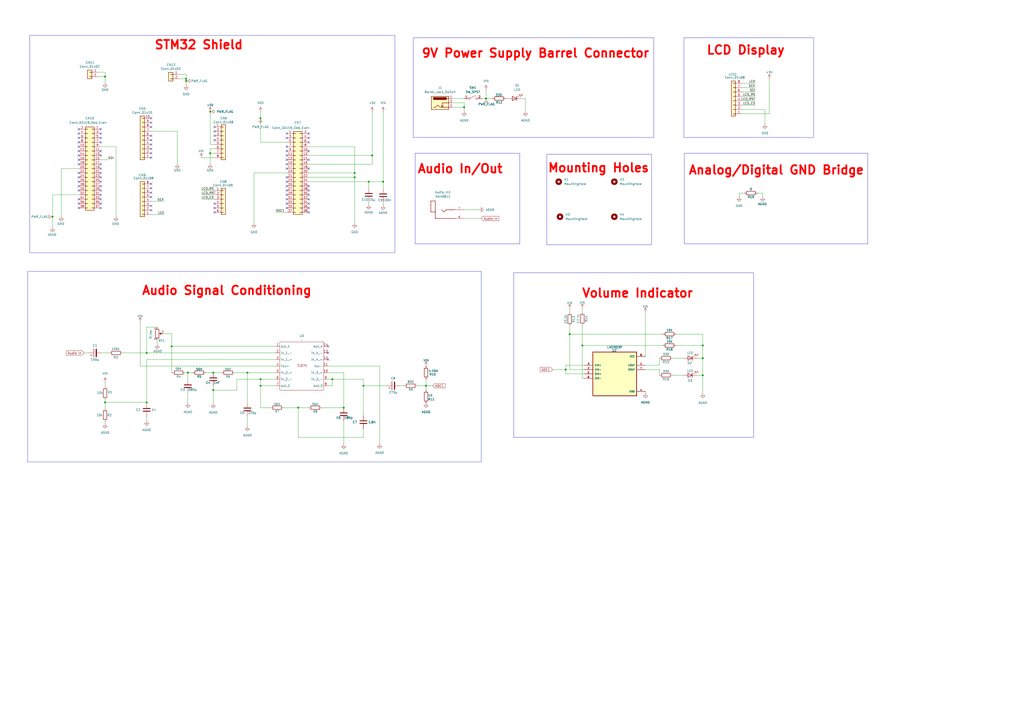
<source format=kicad_sch>
(kicad_sch (version 20231120) (generator "eeschema") (generator_version "8.0")
  (paper "A2")
  (title_block (title "ANC on STM32") (date "2024-10-22") (rev "1") (company "Noisey Boyz"))
  (junction (at 85.09 204.724))
  (junction (at 210.82 223.774))
  (junction (at 108.966 216.154))
  (junction (at 60.96 233.426))
  (junction (at 151.13 219.964))
  (junction (at 60.96 44.45))
  (junction (at 222.25 105.41))
  (junction (at 123.698 216.154))
  (junction (at 107.95 45.72))
  (junction (at 215.9 90.17))
  (junction (at 281.94 57.15))
  (junction (at 269.24 62.23))
  (junction (at 99.568 200.914))
  (junction (at 143.51 216.154))
  (junction (at 205.74 102.87))
  (junction (at 151.13 68.58))
  (junction (at 123.698 226.314))
  (junction (at 328.168 214.376))
  (junction (at 337.82 200.406))
  (junction (at 407.67 207.772))
  (junction (at 407.67 200.406))
  (junction (at 199.39 236.474))
  (junction (at 407.67 217.678))
  (junction (at 107.95 46.99))
  (junction (at 121.92 64.77))
  (junction (at 213.868 105.41))
  (junction (at 172.974 236.474))
  (junction (at 30.48 125.73))
  (junction (at 330.454 193.802))
  (junction (at 205.74 100.33))
  (junction (at 121.92 88.9))
  (junction (at 151.13 223.774))
  (junction (at 247.142 223.774))
  (junction (at 85.09 233.426))
  (junction (at 192.786 219.964))
  (no_connect (at 45.72 77.47))
  (no_connect (at 45.72 100.33))
  (no_connect (at 166.37 77.47))
  (no_connect (at 179.07 82.55))
  (no_connect (at 45.72 115.57))
  (no_connect (at 179.07 113.03))
  (no_connect (at 58.42 77.47))
  (no_connect (at 166.37 85.09))
  (no_connect (at 87.63 88.9))
  (no_connect (at 87.63 111.76))
  (no_connect (at 179.07 107.95))
  (no_connect (at 58.42 80.01))
  (no_connect (at 58.42 113.03))
  (no_connect (at 45.72 95.25))
  (no_connect (at 124.46 73.66))
  (no_connect (at 45.72 80.01))
  (no_connect (at 58.42 95.25))
  (no_connect (at 124.46 120.65))
  (no_connect (at 58.42 105.41))
  (no_connect (at 45.72 120.65))
  (no_connect (at 87.63 91.44))
  (no_connect (at 45.72 110.49))
  (no_connect (at 58.42 107.95))
  (no_connect (at 45.72 85.09))
  (no_connect (at 166.37 95.25))
  (no_connect (at 179.07 120.65))
  (no_connect (at 58.42 102.87))
  (no_connect (at 124.46 123.19))
  (no_connect (at 45.72 118.11))
  (no_connect (at 45.72 87.63))
  (no_connect (at 124.46 118.11))
  (no_connect (at 45.72 102.87))
  (no_connect (at 179.07 87.63))
  (no_connect (at 166.37 115.57))
  (no_connect (at 45.72 105.41))
  (no_connect (at 45.72 82.55))
  (no_connect (at 58.42 118.11))
  (no_connect (at 45.72 92.71))
  (no_connect (at 58.42 87.63))
  (no_connect (at 166.37 113.03))
  (no_connect (at 179.07 123.19))
  (no_connect (at 87.63 73.66))
  (no_connect (at 58.42 82.55))
  (no_connect (at 166.37 97.79))
  (no_connect (at 58.42 74.93))
  (no_connect (at 124.46 81.28))
  (no_connect (at 87.63 86.36))
  (no_connect (at 179.07 80.01))
  (no_connect (at 87.63 71.12))
  (no_connect (at 87.63 114.3))
  (no_connect (at 166.37 105.41))
  (no_connect (at 179.07 92.71))
  (no_connect (at 166.37 107.95))
  (no_connect (at 190.246 208.534))
  (no_connect (at 45.72 107.95))
  (no_connect (at 87.63 119.38))
  (no_connect (at 45.72 74.93))
  (no_connect (at 190.246 204.724))
  (no_connect (at 87.63 68.58))
  (no_connect (at 58.42 97.79))
  (no_connect (at 179.07 77.47))
  (no_connect (at 87.63 106.68))
  (no_connect (at 179.07 97.79))
  (no_connect (at 58.42 115.57))
  (no_connect (at 87.63 78.74))
  (no_connect (at 166.37 102.87))
  (no_connect (at 58.42 120.65))
  (no_connect (at 87.63 121.92))
  (no_connect (at 87.63 109.22))
  (no_connect (at 58.42 100.33))
  (no_connect (at 124.46 78.74))
  (no_connect (at 166.37 90.17))
  (no_connect (at 87.63 83.82))
  (no_connect (at 166.37 87.63))
  (no_connect (at 166.37 110.49))
  (no_connect (at 179.07 115.57))
  (no_connect (at 45.72 90.17))
  (no_connect (at 166.37 120.65))
  (no_connect (at 190.246 200.914))
  (no_connect (at 166.37 92.71))
  (no_connect (at 87.63 81.28))
  (no_connect (at 124.46 76.2))
  (no_connect (at 166.37 118.11))
  (no_connect (at 58.42 90.17))
  (no_connect (at 166.37 80.01))
  (no_connect (at 58.42 110.49))
  (no_connect (at 179.07 110.49))
  (no_connect (at 179.07 118.11))
  (wire (pts (xy 147.32 100.33) (xy 147.32 129.54)))
  (wire (pts (xy 85.09 189.738) (xy 91.186 189.738)))
  (wire (pts (xy 121.92 88.9) (xy 124.46 88.9)))
  (wire (pts (xy 159.766 208.534) (xy 85.09 208.534)))
  (wire (pts (xy 143.51 241.3) (xy 143.51 247.396)))
  (wire (pts (xy 85.09 244.348) (xy 85.09 241.554)))
  (wire (pts (xy 124.46 86.36) (xy 121.92 86.36)))
  (wire (pts (xy 382.524 217.678) (xy 382.524 214.376)))
  (wire (pts (xy 108.966 216.154) (xy 108.966 220.218)))
  (wire (pts (xy 99.568 200.914) (xy 159.766 200.914)))
  (wire (pts (xy 328.168 214.376) (xy 328.168 216.916)))
  (wire (pts (xy 60.96 221.742) (xy 60.96 224.282)))
  (wire (pts (xy 107.442 216.154) (xy 108.966 216.154)))
  (wire (pts (xy 179.07 90.17) (xy 215.9 90.17)))
  (wire (pts (xy 60.96 44.45) (xy 60.96 48.26)))
  (wire (pts (xy 337.82 188.722) (xy 337.82 200.406)))
  (wire (pts (xy 116.84 115.57) (xy 124.46 115.57)))
  (wire (pts (xy 431.8 112.014) (xy 428.752 112.014)))
  (wire (pts (xy 446.278 66.04) (xy 430.53 66.04)))
  (wire (pts (xy 269.24 62.23) (xy 269.24 64.77)))
  (wire (pts (xy 137.414 226.314) (xy 137.414 219.964)))
  (wire (pts (xy 215.9 64.77) (xy 215.9 90.17)))
  (wire (pts (xy 121.92 64.77) (xy 121.92 83.82)))
  (wire (pts (xy 210.82 219.964) (xy 192.786 219.964)))
  (wire (pts (xy 210.82 223.774) (xy 224.282 223.774)))
  (wire (pts (xy 337.82 200.406) (xy 384.556 200.406)))
  (wire (pts (xy 107.95 46.99) (xy 107.95 49.53)))
  (wire (pts (xy 279.4 57.15) (xy 281.94 57.15)))
  (wire (pts (xy 99.568 193.548) (xy 99.568 200.914)))
  (wire (pts (xy 222.25 117.094) (xy 222.25 119.126)))
  (wire (pts (xy 262.89 59.69) (xy 269.24 59.69)))
  (wire (pts (xy 268.986 121.666) (xy 277.876 121.666)))
  (wire (pts (xy 62.738 92.71) (xy 58.42 92.71)))
  (wire (pts (xy 392.176 200.406) (xy 407.67 200.406)))
  (wire (pts (xy 85.09 233.934) (xy 85.09 233.426)))
  (wire (pts (xy 58.42 85.09) (xy 67.31 85.09)))
  (wire (pts (xy 205.74 102.87) (xy 205.74 129.54)))
  (wire (pts (xy 137.414 219.964) (xy 151.13 219.964)))
  (wire (pts (xy 30.48 113.03) (xy 45.72 113.03)))
  (wire (pts (xy 71.12 204.724) (xy 85.09 204.724)))
  (wire (pts (xy 179.07 105.41) (xy 213.868 105.41)))
  (wire (pts (xy 213.868 105.41) (xy 213.868 109.22)))
  (wire (pts (xy 430.53 58.42) (xy 438.15 58.42)))
  (wire (pts (xy 442.468 112.014) (xy 442.468 114.3)))
  (wire (pts (xy 205.74 85.09) (xy 205.74 100.33)))
  (wire (pts (xy 190.246 223.774) (xy 192.786 223.774)))
  (wire (pts (xy 330.454 193.802) (xy 384.556 193.802)))
  (wire (pts (xy 186.69 236.474) (xy 199.39 236.474)))
  (wire (pts (xy 151.13 68.58) (xy 151.13 82.55)))
  (wire (pts (xy 102.87 76.2) (xy 102.87 95.25)))
  (wire (pts (xy 269.24 59.69) (xy 269.24 62.23)))
  (wire (pts (xy 179.07 100.33) (xy 205.74 100.33)))
  (wire (pts (xy 192.786 219.964) (xy 192.786 223.774)))
  (wire (pts (xy 210.82 241.046) (xy 210.82 223.774)))
  (wire (pts (xy 30.48 113.03) (xy 30.48 125.73)))
  (wire (pts (xy 210.82 219.964) (xy 210.82 223.774)))
  (wire (pts (xy 404.114 217.678) (xy 407.67 217.678)))
  (wire (pts (xy 190.246 212.344) (xy 220.218 212.344)))
  (wire (pts (xy 164.592 236.474) (xy 172.974 236.474)))
  (wire (pts (xy 390.144 217.678) (xy 396.494 217.678)))
  (wire (pts (xy 293.37 57.15) (xy 294.64 57.15)))
  (wire (pts (xy 446.278 45.72) (xy 446.278 66.04)))
  (wire (pts (xy 151.13 82.55) (xy 166.37 82.55)))
  (wire (pts (xy 116.84 91.44) (xy 124.46 91.44)))
  (wire (pts (xy 35.56 97.79) (xy 45.72 97.79)))
  (wire (pts (xy 95.25 116.84) (xy 87.63 116.84)))
  (wire (pts (xy 60.96 44.45) (xy 57.15 44.45)))
  (wire (pts (xy 304.8 64.77) (xy 304.8 57.15)))
  (wire (pts (xy 328.168 216.916) (xy 338.836 216.916)))
  (wire (pts (xy 159.766 223.774) (xy 151.13 223.774)))
  (wire (pts (xy 407.67 193.802) (xy 392.176 193.802)))
  (wire (pts (xy 262.89 62.23) (xy 269.24 62.23)))
  (wire (pts (xy 281.94 57.15) (xy 285.75 57.15)))
  (wire (pts (xy 390.144 207.772) (xy 396.494 207.772)))
  (wire (pts (xy 337.82 178.816) (xy 337.82 181.102)))
  (wire (pts (xy 107.95 43.18) (xy 107.95 45.72)))
  (wire (pts (xy 58.928 204.724) (xy 63.5 204.724)))
  (wire (pts (xy 67.31 85.09) (xy 67.31 125.73)))
  (wire (pts (xy 159.766 212.344) (xy 81.28 212.344)))
  (wire (pts (xy 172.974 253.746) (xy 210.82 253.746)))
  (wire (pts (xy 330.454 193.802) (xy 330.454 214.376)))
  (wire (pts (xy 95.25 124.46) (xy 87.63 124.46)))
  (wire (pts (xy 407.67 217.678) (xy 407.67 228.346)))
  (wire (pts (xy 160.02 123.19) (xy 166.37 123.19)))
  (wire (pts (xy 123.698 216.154) (xy 128.524 216.154)))
  (wire (pts (xy 159.766 204.724) (xy 85.09 204.724)))
  (wire (pts (xy 407.67 193.802) (xy 407.67 200.406)))
  (wire (pts (xy 430.53 55.88) (xy 438.15 55.88)))
  (wire (pts (xy 107.95 45.72) (xy 107.95 46.99)))
  (wire (pts (xy 242.062 223.774) (xy 247.142 223.774)))
  (wire (pts (xy 60.96 244.602) (xy 60.96 245.872)))
  (wire (pts (xy 104.14 43.18) (xy 107.95 43.18)))
  (wire (pts (xy 35.56 97.79) (xy 35.56 125.73)))
  (wire (pts (xy 116.84 110.49) (xy 124.46 110.49)))
  (wire (pts (xy 60.96 233.426) (xy 60.96 236.982)))
  (wire (pts (xy 428.752 112.014) (xy 428.752 114.3)))
  (wire (pts (xy 337.82 200.406) (xy 337.82 219.456)))
  (wire (pts (xy 91.186 197.358) (xy 91.186 199.898)))
  (wire (pts (xy 231.902 223.774) (xy 234.442 223.774)))
  (wire (pts (xy 268.986 126.746) (xy 279.146 126.746)))
  (wire (pts (xy 30.48 125.73) (xy 30.48 132.08)))
  (wire (pts (xy 172.974 236.474) (xy 172.974 253.746)))
  (wire (pts (xy 430.53 48.26) (xy 438.15 48.26)))
  (wire (pts (xy 338.836 211.836) (xy 328.168 211.836)))
  (wire (pts (xy 330.454 179.07) (xy 330.454 181.356)))
  (wire (pts (xy 94.996 193.548) (xy 99.568 193.548)))
  (wire (pts (xy 99.568 216.154) (xy 99.822 216.154)))
  (wire (pts (xy 151.13 64.77) (xy 151.13 68.58)))
  (wire (pts (xy 205.74 100.33) (xy 205.74 102.87)))
  (wire (pts (xy 443.738 63.5) (xy 443.738 72.136)))
  (wire (pts (xy 382.524 211.836) (xy 382.524 207.772)))
  (wire (pts (xy 151.13 219.964) (xy 159.766 219.964)))
  (wire (pts (xy 87.63 76.2) (xy 102.87 76.2)))
  (wire (pts (xy 304.8 57.15) (xy 302.26 57.15)))
  (wire (pts (xy 116.84 113.03) (xy 124.46 113.03)))
  (wire (pts (xy 430.53 50.8) (xy 438.15 50.8)))
  (wire (pts (xy 85.09 204.724) (xy 85.09 189.738)))
  (wire (pts (xy 57.15 41.91) (xy 60.96 41.91)))
  (wire (pts (xy 247.142 223.774) (xy 250.952 223.774)))
  (wire (pts (xy 439.42 112.014) (xy 442.468 112.014)))
  (wire (pts (xy 213.868 105.41) (xy 222.25 105.41)))
  (wire (pts (xy 328.168 211.836) (xy 328.168 214.376)))
  (wire (pts (xy 119.38 216.154) (xy 123.698 216.154)))
  (wire (pts (xy 85.09 208.534) (xy 85.09 233.426)))
  (wire (pts (xy 443.738 63.5) (xy 430.53 63.5)))
  (wire (pts (xy 430.53 53.34) (xy 438.15 53.34)))
  (wire (pts (xy 147.32 100.33) (xy 166.37 100.33)))
  (wire (pts (xy 407.67 217.678) (xy 407.67 207.772)))
  (wire (pts (xy 199.39 236.474) (xy 199.39 216.154)))
  (wire (pts (xy 108.966 227.838) (xy 108.966 233.934)))
  (wire (pts (xy 123.698 226.314) (xy 123.698 234.188)))
  (wire (pts (xy 262.89 57.15) (xy 269.24 57.15)))
  (wire (pts (xy 220.218 212.344) (xy 220.218 257.556)))
  (wire (pts (xy 330.454 188.976) (xy 330.454 193.802)))
  (wire (pts (xy 151.13 223.774) (xy 151.13 219.964)))
  (wire (pts (xy 407.67 207.772) (xy 404.114 207.772)))
  (wire (pts (xy 338.836 219.456) (xy 337.82 219.456)))
  (wire (pts (xy 124.46 83.82) (xy 121.92 83.82)))
  (wire (pts (xy 222.25 109.474) (xy 222.25 105.41)))
  (wire (pts (xy 143.51 216.154) (xy 143.51 233.68)))
  (wire (pts (xy 374.396 228.346) (xy 374.396 227.076)))
  (wire (pts (xy 123.698 223.774) (xy 123.698 226.314)))
  (wire (pts (xy 151.13 223.774) (xy 151.13 236.474)))
  (wire (pts (xy 60.96 231.902) (xy 60.96 233.426)))
  (wire (pts (xy 199.39 216.154) (xy 190.246 216.154)))
  (wire (pts (xy 136.144 216.154) (xy 143.51 216.154)))
  (wire (pts (xy 247.142 223.774) (xy 247.142 226.314)))
  (wire (pts (xy 121.92 88.9) (xy 121.92 95.25)))
  (wire (pts (xy 107.95 45.72) (xy 104.14 45.72)))
  (wire (pts (xy 99.568 200.914) (xy 99.568 216.154)))
  (wire (pts (xy 121.92 86.36) (xy 121.92 88.9)))
  (wire (pts (xy 213.868 116.84) (xy 213.868 118.872)))
  (wire (pts (xy 430.53 60.96) (xy 438.15 60.96)))
  (wire (pts (xy 151.13 236.474) (xy 156.972 236.474)))
  (wire (pts (xy 330.454 214.376) (xy 338.836 214.376)))
  (wire (pts (xy 48.768 204.724) (xy 51.308 204.724)))
  (wire (pts (xy 179.07 95.25) (xy 215.9 95.25)))
  (wire (pts (xy 199.39 244.094) (xy 199.39 257.81)))
  (wire (pts (xy 192.786 219.964) (xy 190.246 219.964)))
  (wire (pts (xy 215.9 95.25) (xy 215.9 90.17)))
  (wire (pts (xy 281.94 52.07) (xy 281.94 57.15)))
  (wire (pts (xy 179.07 102.87) (xy 205.74 102.87)))
  (wire (pts (xy 60.96 233.426) (xy 85.09 233.426)))
  (wire (pts (xy 374.396 211.836) (xy 382.524 211.836)))
  (wire (pts (xy 179.07 85.09) (xy 205.74 85.09)))
  (wire (pts (xy 374.396 181.102) (xy 374.396 206.756)))
  (wire (pts (xy 407.67 207.772) (xy 407.67 200.406)))
  (wire (pts (xy 81.28 186.69) (xy 81.28 212.344)))
  (wire (pts (xy 172.974 236.474) (xy 179.07 236.474)))
  (wire (pts (xy 108.966 216.154) (xy 111.76 216.154)))
  (wire (pts (xy 123.698 226.314) (xy 137.414 226.314)))
  (wire (pts (xy 143.51 216.154) (xy 159.766 216.154)))
  (wire (pts (xy 210.82 253.746) (xy 210.82 248.666)))
  (wire (pts (xy 60.96 41.91) (xy 60.96 44.45)))
  (wire (pts (xy 320.548 214.376) (xy 328.168 214.376)))
  (wire (pts (xy 222.25 64.77) (xy 222.25 105.41)))
  (wire (pts (xy 247.142 223.774) (xy 247.142 219.964)))
  (wire (pts (xy 374.396 214.376) (xy 382.524 214.376)))
  (rectangle (start 396.748 21.844) (end 471.932 79.756))
  (rectangle (start 155.575 26.67) (end 155.575 26.67))
  (rectangle (start 297.942 158.242) (end 437.134 253.746))
  (rectangle (start 317.246 89.408) (end 377.952 141.986))
  (rectangle (start 16.002 157.48) (end 279.146 267.97))
  (rectangle (start 239.776 21.844) (end 379.222 79.756))
  (rectangle (start 240.792 88.9) (end 301.498 141.478))
  (rectangle (start 17.272 20.574) (end 229.108 146.558))
  (rectangle (start 397.002 88.9) (end 503.428 141.478))
  (text "Audio Signal Conditioning" (at 131.572 168.656 0) (effects (font (size 5 5) (thickness 1) (bold yes))))
  (text "Analog/Digital GND Bridge" (at 450.342 98.806 0) (effects (font (size 5 5) (thickness 1) (bold yes))))
  (text "LCD Display" (at 432.562 29.21 0) (effects (font (size 5 5) (thickness 1) (bold yes))))
  (text "STM32 Shield" (at 115.316 26.162 0) (effects (font (size 5 5) (thickness 1) (bold yes))))
  (text "Audio In/Out" (at 266.954 98.044 0) (effects (font (size 5 5) (thickness 1) (bold yes))))
  (text "Volume Indicator" (at 369.824 170.18 0) (effects (font (size 5 5) (thickness 1) (bold yes))))
  (text "Mounting Holes" (at 347.218 97.536 0) (effects (font (size 5 5) (thickness 1) (bold yes))))
  (text "9V Power Supply Barrel Connector" (at 310.642 30.988 0) (effects (font (size 5 5) (thickness 1) (bold yes))))
  (label "SCK" (at 95.25 116.84 180))
  (label "LCD_RST" (at 438.15 58.42 180))
  (label "LED" (at 95.25 124.46 180))
  (label "LCD_CS" (at 116.84 115.57 0))
  (label "ADC1" (at 160.02 123.19 0))
  (label "SCK" (at 438.15 50.8 180))
  (label "LCD_RS" (at 116.84 110.49 0))
  (label "SDI" (at 62.738 92.71 0))
  (label "SDI" (at 438.15 53.34 180))
  (label "LCD_RST" (at 116.84 113.03 0))
  (label "LED" (at 438.15 48.26 180))
  (label "LCD_CS" (at 438.15 60.96 180))
  (label "LCD_RS" (at 438.15 55.88 180))
  (global_label "Audio In" (shape input) (at 48.768 204.724 180) (property "Intersheetrefs" "${INTERSHEET_REFS}" (effects (hide yes))))
  (global_label "ADC1" (shape input) (at 320.548 214.376 180) (property "Intersheetrefs" "${INTERSHEET_REFS}" (effects (hide yes))))
  (global_label "Audio In" (shape input) (at 279.146 126.746 0) (property "Intersheetrefs" "${INTERSHEET_REFS}" (effects (hide yes))))
  (global_label "ADC1" (shape input) (at 250.952 223.774 0) (property "Intersheetrefs" "${INTERSHEET_REFS}" (effects (hide yes))))
  (symbol (lib_id "Device:R") (at 386.334 207.772 90) (unit 1)
    (property "Reference" "R15" (at 386.334 210.058 90))
    (property "Value" "330" (at 386.334 205.486 90))
    (property "Footprint" "Resistor_THT:R_Axial_DIN0207_L6.3mm_D2.5mm_P7.62mm_Horizontal" (effects (hide yes)))
    (property "Description" "Resistor" (effects (hide yes)))
  )
  (symbol (lib_id "power:PWR_FLAG") (at 151.13 68.58 180) (unit 1)
    (property "Reference" "#FLG011" (effects (hide yes)))
    (property "Value" "PWR_FLAG" (at 151.13 73.66 0))
    (property "Description" "Special symbol for telling ERC where power comes from" (effects (hide yes)))
  )
  (symbol (lib_id "Device:R") (at 386.334 217.678 90) (unit 1)
    (property "Reference" "R16" (at 386.334 219.964 90))
    (property "Value" "330" (at 386.334 215.392 90))
    (property "Footprint" "Resistor_THT:R_Axial_DIN0207_L6.3mm_D2.5mm_P7.62mm_Horizontal" (effects (hide yes)))
    (property "Description" "Resistor" (effects (hide yes)))
  )
  (symbol (lib_id "Device:R") (at 103.632 216.154 90) (unit 1)
    (property "Reference" "R4" (at 103.632 218.44 90))
    (property "Value" "56K" (at 103.632 213.868 90))
    (property "Footprint" "Resistor_THT:R_Axial_DIN0207_L6.3mm_D2.5mm_P7.62mm_Horizontal" (effects (hide yes)))
    (property "Description" "Resistor" (effects (hide yes)))
  )
  (symbol (lib_id "Device:R") (at 238.252 223.774 90) (unit 1)
    (property "Reference" "R9" (at 238.252 226.06 90))
    (property "Value" "800" (at 238.252 221.488 90))
    (property "Footprint" "Resistor_THT:R_Axial_DIN0207_L6.3mm_D2.5mm_P7.62mm_Horizontal" (effects (hide yes)))
    (property "Description" "Resistor" (effects (hide yes)))
  )
  (symbol (lib_id "power:GND") (at 143.51 247.396 0) (unit 1)
    (property "Reference" "#PWR022" (effects (hide yes)))
    (property "Value" "AGND" (at 143.51 252.476 0))
    (property "Description" "Power symbol creates a global label with name \"GND\" , ground" (effects (hide yes)))
  )
  (symbol (lib_id "power:+5V") (at 446.278 45.72 0) (unit 1)
    (property "Reference" "#PWR044" (effects (hide yes)))
    (property "Value" "+5V" (at 446.278 41.91 0))
    (property "Description" "Power symbol creates a global label with name \"+5V\"" (effects (hide yes)))
  )
  (symbol (lib_id "Device:C") (at 143.51 237.49 0) (unit 1)
    (property "Reference" "C5" (at 139.192 239.522 0) (effects (justify left)))
    (property "Value" "220p" (at 143.764 239.522 0) (effects (justify left)))
    (property "Footprint" "Capacitor_THT:C_Disc_D5.0mm_W2.5mm_P5.00mm" (effects (hide yes)))
    (property "Description" "Unpolarized capacitor" (effects (hide yes)))
  )
  (symbol (lib_id "power:GND") (at 247.142 233.934 0) (unit 1)
    (property "Reference" "#PWR034" (effects (hide yes)))
    (property "Value" "AGND" (at 247.142 239.014 0))
    (property "Description" "Power symbol creates a global label with name \"GND\" , ground" (effects (hide yes)))
  )
  (symbol (lib_id "power:GND") (at 304.8 64.77 0) (unit 1)
    (property "Reference" "#PWR038" (effects (hide yes)))
    (property "Value" "AGND" (at 304.8 69.85 0))
    (property "Description" "Power symbol creates a global label with name \"GND\" , ground" (effects (hide yes)))
  )
  (symbol (lib_id "power:GND") (at 213.868 118.872 0) (unit 1)
    (property "Reference" "#PWR029" (effects (hide yes)))
    (property "Value" "AGND" (at 213.868 123.19 0))
    (property "Description" "Power symbol creates a global label with name \"GND\" , ground" (effects (hide yes)))
  )
  (symbol (lib_id "Device:C_Polarized") (at 55.118 204.724 90) (unit 1)
    (property "Reference" "C1" (at 55.118 200.406 90))
    (property "Value" "150µ" (at 55.118 208.534 90))
    (property "Footprint" "Capacitor_THT:C_Radial_D4.0mm_H5.0mm_P1.50mm" (effects (hide yes)))
    (property "Description" "Polarized capacitor" (effects (hide yes)))
  )
  (symbol (lib_id "Mechanical:MountingHole") (at 356.362 105.41 0) (unit 1) (exclude_from_sim yes) (in_bom no)
    (property "Reference" "H2" (at 359.41 104.1399 0) (effects (justify left)))
    (property "Value" "MountingHole" (at 359.41 106.6799 0) (effects (justify left)))
    (property "Footprint" "MountingHole:MountingHole_3.2mm_M3_DIN965_Pad_TopBottom" (effects (hide yes)))
    (property "Description" "Mounting Hole without connection" (effects (hide yes)))
  )
  (symbol (lib_id "power:GND") (at 108.966 233.934 0) (unit 1)
    (property "Reference" "#PWR016" (effects (hide yes)))
    (property "Value" "AGND" (at 108.966 239.014 0))
    (property "Description" "Power symbol creates a global label with name \"GND\" , ground" (effects (hide yes)))
  )
  (symbol (lib_id "power:GND") (at 147.32 129.54 0) (unit 1)
    (property "Reference" "#PWR024" (effects (hide yes)))
    (property "Value" "GND" (at 147.32 134.62 0))
    (property "Description" "Power symbol creates a global label with name \"GND\" , ground" (effects (hide yes)))
  )
  (symbol (lib_id "Connector_Generic:Conn_01x08") (at 425.45 58.42 180) (unit 1)
    (property "Reference" "LCD1" (at 427.482 43.18 0) (effects (justify left)))
    (property "Value" "Conn_01x08" (at 432.054 44.958 0) (effects (justify left)))
    (property "Footprint" "Connector_PinSocket_2.54mm:PinSocket_1x08_P2.54mm_Vertical" (effects (hide yes)))
    (property "Description" "Generic connector, single row, 01x08, script generated (kicad-library-utils/schlib/autogen/connector/)" (effects (hide yes)))
  )
  (symbol (lib_id "Device:LED") (at 298.45 57.15 180) (unit 1)
    (property "Reference" "D1" (at 300.0375 49.53 0))
    (property "Value" "LED" (at 300.0375 52.07 0))
    (property "Footprint" "LED_THT:LED_D3.0mm" (effects (hide yes)))
    (property "Description" "Light emitting diode" (effects (hide yes)))
  )
  (symbol (lib_id "power:GND") (at 121.92 95.25 0) (unit 1)
    (property "Reference" "#PWR020" (effects (hide yes)))
    (property "Value" "GND" (at 121.92 98.806 0))
    (property "Description" "Power symbol creates a global label with name \"GND\" , ground" (effects (hide yes)))
  )
  (symbol (lib_id "power:GND") (at 222.25 119.126 0) (unit 1)
    (property "Reference" "#PWR017" (effects (hide yes)))
    (property "Value" "AGND" (at 222.25 123.444 0))
    (property "Description" "Power symbol creates a global label with name \"GND\" , ground" (effects (hide yes)))
  )
  (symbol (lib_id "SN49B11:SN49B11") (at 258.826 121.666 0) (unit 1)
    (property "Reference" "Audio_In1" (at 256.921 111.506 0))
    (property "Value" "SN49B11" (at 256.921 114.046 0))
    (property "Footprint" "SN49B11:SWITCHCRAFT_SN49B11" (effects (hide yes)))
    (property "MF" "Switchcraft" (effects (hide yes)))
    (property "Description_1" "\n                        \n                            Connector, PHONE JACK | Switchcraft SN49B11\n                        \n" (effects (hide yes)))
    (property "Package" "None" (effects (hide yes)))
    (property "Price" "None" (effects (hide yes)))
    (property "Check_prices" "https://www.snapeda.com/parts/SN49B11/Switchcraft+%252F+Conxall/view-part/?ref=eda" (effects (hide yes)))
    (property "STANDARD" "Manufacturer Recommendations" (effects (hide yes)))
    (property "PARTREV" "F" (effects (hide yes)))
    (property "SnapEDA_Link" "https://www.snapeda.com/parts/SN49B11/Switchcraft+%252F+Conxall/view-part/?ref=snap" (effects (hide yes)))
    (property "MP" "SN49B11" (effects (hide yes)))
    (property "Availability" "In Stock" (effects (hide yes)))
    (property "MANUFACTURER" "Switchcraft" (effects (hide yes)))
  )
  (symbol (lib_id "Connector_Generic:Conn_02x19_Odd_Even") (at 53.34 97.79 0) (mirror y) (unit 1)
    (property "Reference" "CN10" (at 52.07 68.58 0))
    (property "Value" "Conn_02x19_Odd_Even" (at 51.054 71.12 0))
    (property "Footprint" "Connector_PinSocket_2.54mm:PinSocket_2x19_P2.54mm_Vertical" (effects (hide yes)))
    (property "Description" "Generic connector, double row, 02x19, odd/even pin numbering scheme (row 1 odd numbers, row 2 even numbers), script generated (kicad-library-utils/schlib/autogen/connector/)" (effects (hide yes)))
  )
  (symbol (lib_id "power:+5V") (at 121.92 64.77 0) (unit 1)
    (property "Reference" "#PWR019" (effects (hide yes)))
    (property "Value" "+5V" (at 121.92 60.96 0))
    (property "Description" "Power symbol creates a global label with name \"+5V\"" (effects (hide yes)))
  )
  (symbol (lib_id "Device:R_Potentiometer") (at 91.186 193.548 0) (unit 1)
    (property "Reference" "RV1" (at 93.726 197.612 0))
    (property "Value" "R_Var" (at 87.376 193.802 90))
    (property "Footprint" "Potentiometer_THT:Potentiometer_ACP_CA9-H2,5_Horizontal" (effects (hide yes)))
    (property "Description" "Potentiometer" (effects (hide yes)))
  )
  (symbol (lib_id "power:+5V") (at 337.82 178.816 0) (unit 1)
    (property "Reference" "#PWR040" (effects (hide yes)))
    (property "Value" "VIN" (at 337.82 175.514 0))
    (property "Description" "Power symbol creates a global label with name \"+5V\"" (effects (hide yes)))
  )
  (symbol (lib_id "Device:R") (at 115.57 216.154 90) (unit 1)
    (property "Reference" "R5" (at 115.57 218.44 90))
    (property "Value" "56K" (at 115.57 214.122 90))
    (property "Footprint" "Resistor_THT:R_Axial_DIN0207_L6.3mm_D2.5mm_P7.62mm_Horizontal" (effects (hide yes)))
    (property "Description" "Resistor" (effects (hide yes)))
  )
  (symbol (lib_id "power:GND") (at 374.396 228.346 0) (unit 1)
    (property "Reference" "#PWR042" (effects (hide yes)))
    (property "Value" "AGND" (at 374.396 233.426 0))
    (property "Description" "Power symbol creates a global label with name \"GND\" , ground" (effects (hide yes)))
  )
  (symbol (lib_id "power:GND") (at 30.48 132.08 0) (unit 1)
    (property "Reference" "#PWR01" (effects (hide yes)))
    (property "Value" "AGND" (at 30.226 136.144 0))
    (property "Description" "Power symbol creates a global label with name \"GND\" , ground" (effects (hide yes)))
  )
  (symbol (lib_id "power:GND") (at 102.87 95.25 0) (unit 1)
    (property "Reference" "#PWR013" (effects (hide yes)))
    (property "Value" "GND" (at 102.87 98.806 0))
    (property "Description" "Power symbol creates a global label with name \"GND\" , ground" (effects (hide yes)))
  )
  (symbol (lib_id "power:GND") (at 407.67 228.346 0) (unit 1)
    (property "Reference" "#PWR043" (effects (hide yes)))
    (property "Value" "AGND" (at 407.67 233.68 0))
    (property "Description" "Power symbol creates a global label with name \"GND\" , ground" (effects (hide yes)))
  )
  (symbol (lib_id "power:VBUS") (at 215.9 64.77 0) (unit 1)
    (property "Reference" "#PWR030" (effects (hide yes)))
    (property "Value" "+5V" (at 215.9 59.69 0))
    (property "Description" "Power symbol creates a global label with name \"VBUS\"" (effects (hide yes)))
  )
  (symbol (lib_id "power:GND") (at 35.56 125.73 0) (unit 1)
    (property "Reference" "#PWR03" (effects (hide yes)))
    (property "Value" "GND" (at 35.306 129.794 0))
    (property "Description" "Power symbol creates a global label with name \"GND\" , ground" (effects (hide yes)))
  )
  (symbol (lib_id "Device:R") (at 289.56 57.15 90) (unit 1)
    (property "Reference" "R12" (at 289.56 59.436 90))
    (property "Value" "330" (at 289.306 55.118 90))
    (property "Footprint" "Resistor_THT:R_Axial_DIN0207_L6.3mm_D2.5mm_P7.62mm_Horizontal" (effects (hide yes)))
    (property "Description" "Resistor" (effects (hide yes)))
  )
  (symbol (lib_id "Device:R") (at 60.96 240.792 180) (unit 1)
    (property "Reference" "R2" (at 62.23 240.792 0) (effects (justify right)))
    (property "Value" "10k" (at 55.88 240.792 0) (effects (justify right)))
    (property "Footprint" "Resistor_THT:R_Axial_DIN0207_L6.3mm_D2.5mm_P7.62mm_Horizontal" (effects (hide yes)))
    (property "Description" "Resistor" (effects (hide yes)))
  )
  (symbol (lib_id "Device:LED") (at 400.304 207.772 180) (unit 1)
    (property "Reference" "D2" (at 400.05 210.566 0))
    (property "Value" "LED" (at 400.304 204.724 0))
    (property "Footprint" "LED_THT:LED_D3.0mm" (effects (hide yes)))
    (property "Description" "Light emitting diode" (effects (hide yes)))
  )
  (symbol (lib_id "power:GND") (at 269.24 64.77 0) (unit 1)
    (property "Reference" "#PWR035" (effects (hide yes)))
    (property "Value" "AGND" (at 269.24 69.85 0))
    (property "Description" "Power symbol creates a global label with name \"GND\" , ground" (effects (hide yes)))
  )
  (symbol (lib_id "power:GND") (at 199.39 257.81 0) (unit 1)
    (property "Reference" "#PWR026" (effects (hide yes)))
    (property "Value" "AGND" (at 199.39 262.89 0))
    (property "Description" "Power symbol creates a global label with name \"GND\" , ground" (effects (hide yes)))
  )
  (symbol (lib_id "power:GND") (at 443.738 72.136 0) (unit 1)
    (property "Reference" "#PWR045" (effects (hide yes)))
    (property "Value" "GND" (at 443.738 77.216 0))
    (property "Description" "Power symbol creates a global label with name \"GND\" , ground" (effects (hide yes)))
  )
  (symbol (lib_id "power:+3V3") (at 116.84 91.44 0) (unit 1)
    (property "Reference" "#PWR018" (effects (hide yes)))
    (property "Value" "VIN" (at 116.586 87.63 0))
    (property "Description" "Power symbol creates a global label with name \"+3V3\"" (effects (hide yes)))
  )
  (symbol (lib_id "Device:R") (at 330.454 185.166 180) (unit 1)
    (property "Reference" "R13" (at 332.74 185.166 90))
    (property "Value" "23.3k" (at 328.168 185.166 90))
    (property "Footprint" "Resistor_THT:R_Axial_DIN0207_L6.3mm_D2.5mm_P7.62mm_Horizontal" (effects (hide yes)))
    (property "Description" "Resistor" (effects (hide yes)))
  )
  (symbol (lib_id "Device:R") (at 388.366 200.406 90) (unit 1)
    (property "Reference" "R18" (at 388.366 202.692 90))
    (property "Value" "10k" (at 388.366 198.12 90))
    (property "Footprint" "Resistor_THT:R_Axial_DIN0207_L6.3mm_D2.5mm_P7.62mm_Horizontal" (effects (hide yes)))
    (property "Description" "Resistor" (effects (hide yes)))
  )
  (symbol (lib_id "Device:R") (at 67.31 204.724 270) (unit 1)
    (property "Reference" "R3" (at 67.056 207.264 90))
    (property "Value" "150k" (at 67.056 202.438 90))
    (property "Footprint" "Resistor_THT:R_Axial_DIN0207_L6.3mm_D2.5mm_P7.62mm_Horizontal" (effects (hide yes)))
    (property "Description" "Resistor" (effects (hide yes)))
  )
  (symbol (lib_id "Device:R") (at 388.366 193.802 90) (unit 1)
    (property "Reference" "R17" (at 388.366 196.088 90))
    (property "Value" "10k" (at 388.366 191.516 90))
    (property "Footprint" "Resistor_THT:R_Axial_DIN0207_L6.3mm_D2.5mm_P7.62mm_Horizontal" (effects (hide yes)))
    (property "Description" "Resistor" (effects (hide yes)))
  )
  (symbol (lib_id "power:GND") (at 123.698 234.188 0) (unit 1)
    (property "Reference" "#PWR021" (effects (hide yes)))
    (property "Value" "AGND" (at 123.698 239.268 0))
    (property "Description" "Power symbol creates a global label with name \"GND\" , ground" (effects (hide yes)))
  )
  (symbol (lib_id "power:GND") (at 107.95 49.53 0) (unit 1)
    (property "Reference" "#PWR014" (effects (hide yes)))
    (property "Value" "GND" (at 107.95 54.61 0))
    (property "Description" "Power symbol creates a global label with name \"GND\" , ground" (effects (hide yes)))
  )
  (symbol (lib_id "Device:R") (at 435.61 112.014 90) (unit 1)
    (property "Reference" "R19" (at 435.61 114.3 90))
    (property "Value" "0" (at 435.61 109.728 90))
    (property "Footprint" "Resistor_THT:R_Axial_DIN0207_L6.3mm_D2.5mm_P7.62mm_Horizontal" (effects (hide yes)))
    (property "Description" "Resistor" (effects (hide yes)))
  )
  (symbol (lib_id "power:GND") (at 60.96 48.26 0) (mirror y) (unit 1)
    (property "Reference" "#PWR04" (effects (hide yes)))
    (property "Value" "GND" (at 60.96 52.07 0))
    (property "Description" "Power symbol creates a global label with name \"GND\" , ground" (effects (hide yes)))
  )
  (symbol (lib_id "Device:R") (at 182.88 236.474 90) (unit 1)
    (property "Reference" "R8" (at 182.88 238.76 90))
    (property "Value" "56K" (at 182.88 234.442 90))
    (property "Footprint" "Resistor_THT:R_Axial_DIN0207_L6.3mm_D2.5mm_P7.62mm_Horizontal" (effects (hide yes)))
    (property "Description" "Resistor" (effects (hide yes)))
  )
  (symbol (lib_id "Device:R") (at 247.142 216.154 180) (unit 1)
    (property "Reference" "R10" (at 250.952 217.17 0))
    (property "Value" "4.45K" (at 251.46 215.138 0))
    (property "Footprint" "Resistor_THT:R_Axial_DIN0207_L6.3mm_D2.5mm_P7.62mm_Horizontal" (effects (hide yes)))
    (property "Description" "Resistor" (effects (hide yes)))
  )
  (symbol (lib_id "power:GND") (at 220.218 257.556 0) (unit 1)
    (property "Reference" "#PWR031" (effects (hide yes)))
    (property "Value" "AGND" (at 220.218 262.636 0))
    (property "Description" "Power symbol creates a global label with name \"GND\" , ground" (effects (hide yes)))
  )
  (symbol (lib_id "Device:R") (at 160.782 236.474 90) (unit 1)
    (property "Reference" "R7" (at 160.782 238.76 90))
    (property "Value" "56K" (at 160.782 234.442 90))
    (property "Footprint" "Resistor_THT:R_Axial_DIN0207_L6.3mm_D2.5mm_P7.62mm_Horizontal" (effects (hide yes)))
    (property "Description" "Resistor" (effects (hide yes)))
  )
  (symbol (lib_id "power:GND") (at 442.468 114.3 0) (unit 1)
    (property "Reference" "#PWR07" (effects (hide yes)))
    (property "Value" "AGND" (at 442.214 118.364 0))
    (property "Description" "Power symbol creates a global label with name \"GND\" , ground" (effects (hide yes)))
  )
  (symbol (lib_id "power:+5V") (at 81.28 186.69 0) (unit 1)
    (property "Reference" "#PWR010" (effects (hide yes)))
    (property "Value" "VIN" (at 81.28 183.388 0))
    (property "Description" "Power symbol creates a global label with name \"+5V\"" (effects (hide yes)))
  )
  (symbol (lib_id "Device:LED") (at 400.304 217.678 180) (unit 1)
    (property "Reference" "D3" (at 400.304 220.726 0))
    (property "Value" "LED" (at 400.304 215.138 0))
    (property "Footprint" "LED_THT:LED_D3.0mm" (effects (hide yes)))
    (property "Description" "Light emitting diode" (effects (hide yes)))
  )
  (symbol (lib_id "power:GND") (at 277.876 121.666 90) (unit 1)
    (property "Reference" "#PWR036" (effects (hide yes)))
    (property "Value" "AGND" (at 281.686 121.6659 90) (effects (justify right)))
    (property "Description" "Power symbol creates a global label with name \"GND\" , ground" (effects (hide yes)))
  )
  (symbol (lib_id "Device:R") (at 132.334 216.154 90) (unit 1)
    (property "Reference" "R6" (at 132.334 218.44 90))
    (property "Value" "56K" (at 132.334 214.122 90))
    (property "Footprint" "Resistor_THT:R_Axial_DIN0207_L6.3mm_D2.5mm_P7.62mm_Horizontal" (effects (hide yes)))
    (property "Description" "Resistor" (effects (hide yes)))
  )
  (symbol (lib_id "power:PWR_FLAG") (at 281.94 57.15 180) (unit 1)
    (property "Reference" "#FLG07" (effects (hide yes)))
    (property "Value" "PWR_FLAG" (at 282.194 60.452 0))
    (property "Description" "Special symbol for telling ERC where power comes from" (effects (hide yes)))
  )
  (symbol (lib_id "power:VBUS") (at 151.13 64.77 0) (unit 1)
    (property "Reference" "#PWR025" (effects (hide yes)))
    (property "Value" "VDD" (at 151.13 59.69 0))
    (property "Description" "Power symbol creates a global label with name \"VBUS\"" (effects (hide yes)))
  )
  (symbol (lib_id "Mechanical:MountingHole") (at 356.362 125.73 0) (unit 1) (exclude_from_sim yes) (in_bom no)
    (property "Reference" "H4" (at 359.41 124.4599 0) (effects (justify left)))
    (property "Value" "MountingHole" (at 359.41 126.9999 0) (effects (justify left)))
    (property "Footprint" "MountingHole:MountingHole_3.2mm_M3_DIN965_Pad_TopBottom" (effects (hide yes)))
    (property "Description" "Mounting Hole without connection" (effects (hide yes)))
  )
  (symbol (lib_id "Connector_Generic:Conn_01x02") (at 99.06 43.18 0) (mirror y) (unit 1)
    (property "Reference" "CN12" (at 101.854 37.592 0) (effects (justify left)))
    (property "Value" "Conn_01x02" (at 104.902 39.878 0) (effects (justify left)))
    (property "Footprint" "Connector_PinSocket_2.54mm:PinSocket_1x02_P2.54mm_Vertical" (effects (hide yes)))
    (property "Description" "Generic connector, single row, 01x02, script generated (kicad-library-utils/schlib/autogen/connector/)" (effects (hide yes)))
  )
  (symbol (lib_id "power:+5V") (at 247.142 212.344 0) (unit 1)
    (property "Reference" "#PWR033" (effects (hide yes)))
    (property "Value" "VIN" (at 247.142 209.042 0))
    (property "Description" "Power symbol creates a global label with name \"+5V\"" (effects (hide yes)))
  )
  (symbol (lib_id "power:GND") (at 60.96 245.872 0) (unit 1)
    (property "Reference" "#PWR06" (effects (hide yes)))
    (property "Value" "AGND" (at 60.96 250.952 0))
    (property "Description" "Power symbol creates a global label with name \"GND\" , ground" (effects (hide yes)))
  )
  (symbol (lib_id "Connector_Generic:Conn_01x08") (at 129.54 81.28 0) (unit 1)
    (property "Reference" "CN6" (at 127.762 68.58 0) (effects (justify left)))
    (property "Value" "Conn_01x08" (at 123.698 70.866 0) (effects (justify left)))
    (property "Footprint" "Connector_PinSocket_2.54mm:PinSocket_1x08_P2.54mm_Vertical" (effects (hide yes)))
    (property "Description" "Generic connector, single row, 01x08, script generated (kicad-library-utils/schlib/autogen/connector/)" (effects (hide yes)))
  )
  (symbol (lib_id "power:VBUS") (at 222.25 64.77 0) (unit 1)
    (property "Reference" "#PWR032" (effects (hide yes)))
    (property "Value" "VIN" (at 222.25 59.69 0))
    (property "Description" "Power symbol creates a global label with name \"VBUS\"" (effects (hide yes)))
  )
  (symbol (lib_id "power:GND") (at 91.186 199.898 0) (unit 1)
    (property "Reference" "#PWR09" (effects (hide yes)))
    (property "Value" "AGND" (at 91.44 203.708 0))
    (property "Description" "Power symbol creates a global label with name \"GND\" , ground" (effects (hide yes)))
  )
  (symbol (lib_id "power:+5V") (at 60.96 221.742 0) (unit 1)
    (property "Reference" "#PWR05" (effects (hide yes)))
    (property "Value" "VIN" (at 60.96 216.662 0))
    (property "Description" "Power symbol creates a global label with name \"+5V\"" (effects (hide yes)))
  )
  (symbol (lib_id "power:+5V") (at 281.94 52.07 0) (unit 1)
    (property "Reference" "#PWR037" (effects (hide yes)))
    (property "Value" "VIN" (at 281.94 46.99 0))
    (property "Description" "Power symbol creates a global label with name \"+5V\"" (effects (hide yes)))
  )
  (symbol (lib_id "Device:R") (at 60.96 228.092 180) (unit 1)
    (property "Reference" "R1" (at 62.484 227.584 0) (effects (justify right)))
    (property "Value" "10k" (at 56.134 227.838 0) (effects (justify right)))
    (property "Footprint" "Resistor_THT:R_Axial_DIN0207_L6.3mm_D2.5mm_P7.62mm_Horizontal" (effects (hide yes)))
    (property "Description" "Resistor" (effects (hide yes)))
  )
  (symbol (lib_id "power:PWR_FLAG") (at 30.48 125.73 90) (mirror x) (unit 1)
    (property "Reference" "#FLG01" (effects (hide yes)))
    (property "Value" "PWR_FLAG" (at 27.686 125.73 90) (effects (justify left)))
    (property "Description" "Special symbol for telling ERC where power comes from" (effects (hide yes)))
  )
  (symbol (lib_id "Device:C") (at 213.868 113.03 180) (unit 1)
    (property "Reference" "C10" (at 213.614 115.824 0) (effects (justify left)))
    (property "Value" "10µ" (at 217.932 115.824 0) (effects (justify left)))
    (property "Footprint" "Capacitor_THT:C_Disc_D5.0mm_W2.5mm_P5.00mm" (effects (hide yes)))
    (property "Description" "Unpolarized capacitor" (effects (hide yes)))
  )
  (symbol (lib_id "Device:C") (at 210.82 244.856 0) (unit 1)
    (property "Reference" "C7" (at 204.47 244.856 0) (effects (justify left)))
    (property "Value" "1.8n" (at 213.614 244.856 0) (effects (justify left)))
    (property "Footprint" "Capacitor_THT:C_Disc_D5.0mm_W2.5mm_P5.00mm" (effects (hide yes)))
    (property "Description" "Unpolarized capacitor" (effects (hide yes)))
  )
  (symbol (lib_id "Connector:Barrel_Jack_Switch") (at 255.27 59.69 0) (unit 1)
    (property "Reference" "J1" (at 255.27 50.8 0))
    (property "Value" "Barrel_Jack_Switch" (at 255.27 53.34 0))
    (property "Footprint" "Connector_BarrelJack:BarrelJack_Horizontal" (effects (hide yes)))
    (property "Description" "DC Barrel Jack with an internal switch" (effects (hide yes)))
  )
  (symbol (lib_id "Mechanical:MountingHole") (at 324.866 125.73 0) (unit 1) (exclude_from_sim yes) (in_bom no)
    (property "Reference" "H3" (at 327.914 124.4599 0) (effects (justify left)))
    (property "Value" "MountingHole" (at 327.914 126.9999 0) (effects (justify left)))
    (property "Footprint" "MountingHole:MountingHole_3.2mm_M3_DIN965_Pad_TopBottom" (effects (hide yes)))
    (property "Description" "Mounting Hole without connection" (effects (hide yes)))
  )
  (symbol (lib_id "power:PWR_FLAG") (at 107.95 46.99 270) (unit 1)
    (property "Reference" "#FLG06" (effects (hide yes)))
    (property "Value" "PWR_FLAG" (at 110.744 46.99 90) (effects (justify left)))
    (property "Description" "Special symbol for telling ERC where power comes from" (effects (hide yes)))
  )
  (symbol (lib_id "Device:C") (at 123.698 219.964 0) (unit 1)
    (property "Reference" "C4" (at 119.38 221.996 0) (effects (justify left)))
    (property "Value" "1nF" (at 123.952 221.996 0) (effects (justify left)))
    (property "Footprint" "Capacitor_THT:C_Disc_D5.0mm_W2.5mm_P5.00mm" (effects (hide yes)))
    (property "Description" "Unpolarized capacitor" (effects (hide yes)))
  )
  (symbol (lib_id "Device:C_Polarized") (at 228.092 223.774 90) (unit 1)
    (property "Reference" "C8" (at 228.092 219.456 90))
    (property "Value" "270µ" (at 228.092 227.584 90))
    (property "Footprint" "Capacitor_THT:C_Radial_D4.0mm_H5.0mm_P1.50mm" (effects (hide yes)))
    (property "Description" "Polarized capacitor" (effects (hide yes)))
  )
  (symbol (lib_id "Device:C") (at 85.09 237.744 0) (unit 1)
    (property "Reference" "C2" (at 78.74 237.744 0) (effects (justify left)))
    (property "Value" "1n" (at 87.884 237.744 0) (effects (justify left)))
    (property "Footprint" "Capacitor_THT:C_Disc_D5.0mm_W2.5mm_P5.00mm" (effects (hide yes)))
    (property "Description" "Unpolarized capacitor" (effects (hide yes)))
  )
  (symbol (lib_id "Connector_Generic:Conn_01x08") (at 82.55 116.84 180) (unit 1)
    (property "Reference" "CN9" (at 84.582 101.6 0) (effects (justify left)))
    (property "Value" "Conn_01x08" (at 89.154 103.378 0) (effects (justify left)))
    (property "Footprint" "Connector_PinSocket_2.54mm:PinSocket_1x08_P2.54mm_Vertical" (effects (hide yes)))
    (property "Description" "Generic connector, single row, 01x08, script generated (kicad-library-utils/schlib/autogen/connector/)" (effects (hide yes)))
  )
  (symbol (lib_id "power:GND") (at 85.09 244.348 0) (unit 1)
    (property "Reference" "#PWR011" (effects (hide yes)))
    (property "Value" "AGND" (at 85.09 249.428 0))
    (property "Description" "Power symbol creates a global label with name \"GND\" , ground" (effects (hide yes)))
  )
  (symbol (lib_id "Connector_Generic:Conn_01x02") (at 52.07 41.91 0) (mirror y) (unit 1)
    (property "Reference" "CN11" (at 54.864 36.322 0) (effects (justify left)))
    (property "Value" "Conn_01x02" (at 57.912 38.608 0) (effects (justify left)))
    (property "Footprint" "Connector_PinSocket_2.54mm:PinSocket_1x02_P2.54mm_Vertical" (effects (hide yes)))
    (property "Description" "Generic connector, single row, 01x02, script generated (kicad-library-utils/schlib/autogen/connector/)" (effects (hide yes)))
  )
  (symbol (lib_id "power:GND") (at 428.752 114.3 0) (unit 1)
    (property "Reference" "#PWR02" (effects (hide yes)))
    (property "Value" "GND" (at 428.752 119.38 0))
    (property "Description" "Power symbol creates a global label with name \"GND\" , ground" (effects (hide yes)))
  )
  (symbol (lib_id "Connector_Generic:Conn_01x06") (at 129.54 115.57 0) (unit 1)
    (property "Reference" "CN8" (at 127.508 105.41 0) (effects (justify left)))
    (property "Value" "Conn_01x06" (at 123.444 107.442 0) (effects (justify left)))
    (property "Footprint" "Connector_PinSocket_2.54mm:PinSocket_1x06_P2.54mm_Vertical" (effects (hide yes)))
    (property "Description" "Generic connector, single row, 01x06, script generated (kicad-library-utils/schlib/autogen/connector/)" (effects (hide yes)))
  )
  (symbol (lib_id "Device:C") (at 199.39 240.284 0) (unit 1)
    (property "Reference" "C6" (at 195.072 242.316 0) (effects (justify left)))
    (property "Value" "180p" (at 199.644 242.316 0) (effects (justify left)))
    (property "Footprint" "Capacitor_THT:C_Disc_D5.0mm_W2.5mm_P5.00mm" (effects (hide yes)))
    (property "Description" "Unpolarized capacitor" (effects (hide yes)))
  )
  (symbol (lib_id "Device:R") (at 337.82 184.912 180) (unit 1)
    (property "Reference" "R14" (at 340.106 184.912 90))
    (property "Value" "17.7k" (at 335.534 184.912 90))
    (property "Footprint" "Resistor_THT:R_Axial_DIN0207_L6.3mm_D2.5mm_P7.62mm_Horizontal" (effects (hide yes)))
    (property "Description" "Resistor" (effects (hide yes)))
  )
  (symbol (lib_id "Device:C") (at 108.966 224.028 0) (unit 1)
    (property "Reference" "C3" (at 104.648 226.06 0) (effects (justify left)))
    (property "Value" "680p" (at 109.22 226.06 0) (effects (justify left)))
    (property "Footprint" "Capacitor_THT:C_Disc_D5.0mm_W2.5mm_P5.00mm" (effects (hide yes)))
    (property "Description" "Unpolarized capacitor" (effects (hide yes)))
  )
  (symbol (lib_id "power:GND") (at 205.74 129.54 0) (unit 1)
    (property "Reference" "#PWR028" (effects (hide yes)))
    (property "Value" "GND" (at 205.74 134.62 0))
    (property "Description" "Power symbol creates a global label with name \"GND\" , ground" (effects (hide yes)))
  )
  (symbol (lib_id "power:GND") (at 67.31 125.73 0) (unit 1)
    (property "Reference" "#PWR08" (effects (hide yes)))
    (property "Value" "GND" (at 67.056 129.794 0))
    (property "Description" "Power symbol creates a global label with name \"GND\" , ground" (effects (hide yes)))
  )
  (symbol (lib_id "Device:R") (at 247.142 230.124 180) (unit 1)
    (property "Reference" "R11" (at 250.19 231.648 0))
    (property "Value" "1K" (at 249.682 229.362 0))
    (property "Footprint" "Resistor_THT:R_Axial_DIN0207_L6.3mm_D2.5mm_P7.62mm_Horizontal" (effects (hide yes)))
    (property "Description" "Resistor" (effects (hide yes)))
  )
  (symbol (lib_id "Device:C") (at 222.25 113.284 180) (unit 1)
    (property "Reference" "C9" (at 221.996 116.078 0) (effects (justify left)))
    (property "Value" "100n" (at 227.076 116.078 0) (effects (justify left)))
    (property "Footprint" "Capacitor_THT:C_Disc_D5.0mm_W2.5mm_P5.00mm" (effects (hide yes)))
    (property "Description" "Unpolarized capacitor" (effects (hide yes)))
  )
  (symbol (lib_id "power:PWR_FLAG") (at 121.92 64.77 270) (unit 1)
    (property "Reference" "#FLG09" (effects (hide yes)))
    (property "Value" "PWR_FLAG" (at 125.73 64.7699 90) (effects (justify left)))
    (property "Description" "Special symbol for telling ERC where power comes from" (effects (hide yes)))
  )
  (symbol (lib_id "Mechanical:MountingHole") (at 324.104 105.41 0) (unit 1) (exclude_from_sim yes) (in_bom no)
    (property "Reference" "H1" (at 327.152 104.1399 0) (effects (justify left)))
    (property "Value" "MountingHole" (at 327.152 106.6799 0) (effects (justify left)))
    (property "Footprint" "MountingHole:MountingHole_3.2mm_M3_DIN965_Pad_TopBottom" (effects (hide yes)))
    (property "Description" "Mounting Hole without connection" (effects (hide yes)))
  )
  (symbol (lib_id "custom_library:TL074") (at 162.306 195.834 0) (unit 1)
    (property "Reference" "U3" (at 175.006 194.818 0))
    (property "Value" "~" (at 175.006 197.358 0))
    (property "Footprint" "custom_library:TL074" (effects (hide yes)))
  )
  (symbol (lib_id "power:+5V") (at 330.454 179.07 0) (unit 1)
    (property "Reference" "#PWR039" (effects (hide yes)))
    (property "Value" "VIN" (at 330.454 175.768 0))
    (property "Description" "Power symbol creates a global label with name \"+5V\"" (effects (hide yes)))
  )
  (symbol (lib_id "Connector_Generic:Conn_01x10") (at 82.55 81.28 180) (unit 1)
    (property "Reference" "CN5" (at 84.582 62.992 0) (effects (justify left)))
    (property "Value" "Conn_01x10" (at 88.392 65.278 0) (effects (justify left)))
    (property "Footprint" "Connector_PinSocket_2.54mm:PinSocket_1x10_P2.54mm_Vertical" (effects (hide yes)))
    (property "Description" "Generic connector, single row, 01x10, script generated (kicad-library-utils/schlib/autogen/connector/)" (effects (hide yes)))
  )
  (symbol (lib_id "power:+5V") (at 374.396 181.102 0) (unit 1)
    (property "Reference" "#PWR041" (effects (hide yes)))
    (property "Value" "VIN" (at 374.396 177.8 0))
    (property "Description" "Power symbol creates a global label with name \"+5V\"" (effects (hide yes)))
  )
  (symbol (lib_id "Switch:SW_SPST") (at 274.32 57.15 0) (unit 1)
    (property "Reference" "SW1" (at 274.32 50.8 0))
    (property "Value" "SW_SPST" (at 274.32 53.34 0))
    (property "Footprint" "Button_Switch_THT:SW_DIP_SPSTx01_Slide_9.78x4.72mm_W7.62mm_P2.54mm" (effects (hide yes)))
    (property "Description" "Single Pole Single Throw (SPST) switch" (effects (hide yes)))
  )
  (symbol (lib_id "Connector_Generic:Conn_02x19_Odd_Even") (at 171.45 100.33 0) (unit 1)
    (property "Reference" "CN7" (at 172.72 71.12 0))
    (property "Value" "Conn_02x19_Odd_Even" (at 168.656 74.168 0))
    (property "Footprint" "Connector_PinSocket_2.54mm:PinSocket_2x19_P2.54mm_Vertical" (effects (hide yes)))
    (property "Description" "Generic connector, double row, 02x19, odd/even pin numbering scheme (row 1 odd numbers, row 2 even numbers), script generated (kicad-library-utils/schlib/autogen/connector/)" (effects (hide yes)))
  )
  (symbol (lib_id "LM2903P:LM2903P") (at 356.616 216.916 0) (unit 1)
    (property "Reference" "U2" (at 356.362 203.2 0))
    (property "Value" "LM2903P" (at 356.616 201.422 0))
    (property "Footprint" "LM2903P:DIP794W45P254L959H508Q8" (effects (hide yes)))
    (property "MF" "Texas Instruments" (effects (hide yes)))
    (property "Description_1" "\n                        \n                            Dual differential comparator\n                        \n" (effects (hide yes)))
    (property "Package" "PDIP-8 Texas" (effects (hide yes)))
    (property "Price" "None" (effects (hide yes)))
    (property "SnapEDA_Link" "https://www.snapeda.com/parts/LM2903P/Texas+Instruments/view-part/?ref=snap" (effects (hide yes)))
    (property "MP" "LM2903P" (effects (hide yes)))
    (property "Availability" "In Stock" (effects (hide yes)))
    (property "Check_prices" "https://www.snapeda.com/parts/LM2903P/Texas+Instruments/view-part/?ref=eda" (effects (hide yes)))
  )
)
</source>
